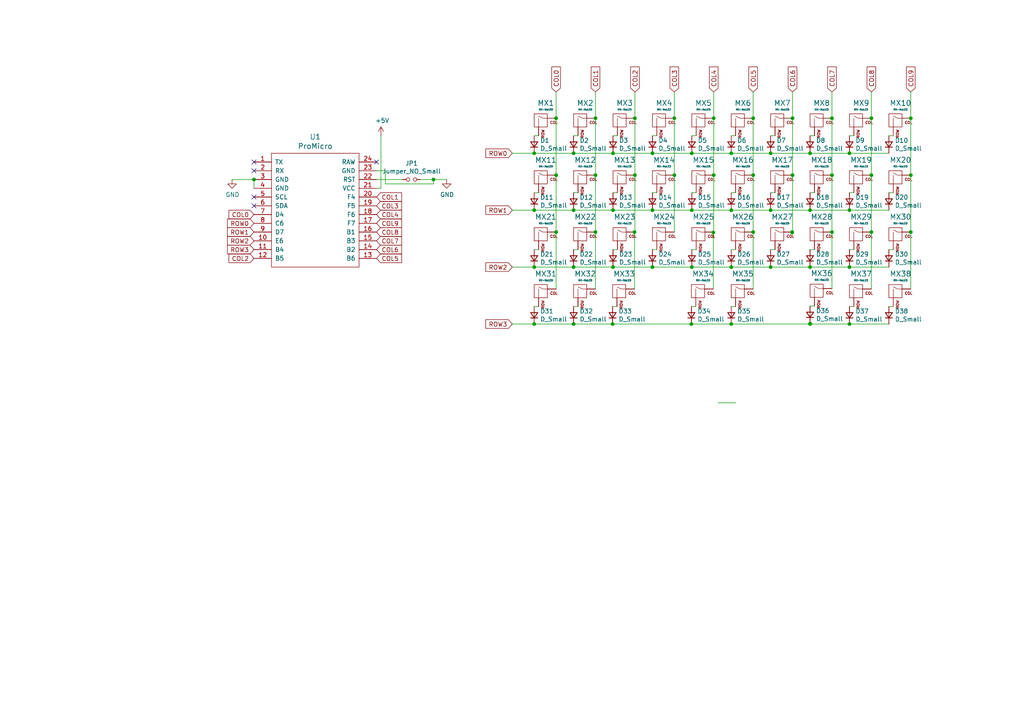
<source format=kicad_sch>
(kicad_sch (version 20211123) (generator eeschema)
  (paper "A4")
  (lib_symbols
    (symbol "Device:D_Small" (pin_numbers hide) (pin_names (offset 0.254) hide)
      (property "Reference" "D" (at -1.27 2.032 0))
      (property "Value" "D_Small" (at -3.81 -2.032 0))
      (symbol "D_Small_0_1"
        (polyline (pts (xy -0.762 -1.016) (xy -0.762 1.016)) (stroke (width 0.254)))
        (polyline (pts (xy -0.762 0) (xy 0.762 0)))
        (polyline (pts (xy 0.762 -1.016) (xy -0.762 0) (xy 0.762 1.016) (xy 0.762 -1.016)) (stroke (width 0.254)))
      )
      (symbol "D_Small_1_1"
        (pin passive line (at -2.54 0 0) (length 1.778) (name "K") (number "1"))
        (pin passive line (at 2.54 0 180) (length 1.778) (name "A") (number "2"))
      )
    )
    (symbol "MX_Alps_Hybrid:MX-NoLED" (pin_names (offset 1.016))
      (property "Reference" "MX" (at -0.635 3.81 0))
      (property "Value" "MX-NoLED" (at -0.635 1.27 0))
      (symbol "MX-NoLED_0_0"
        (rectangle (start -2.54 2.54) (end 1.27 -1.27))
        (polyline (pts (xy -1.27 -1.27) (xy -1.27 1.27)) (stroke (width 0.127)))
        (polyline (pts (xy 1.27 1.27) (xy 0 1.27) (xy -1.27 1.905)) (stroke (width 0.127)))
        (text "COL" (at 3.175 0 0) (effects (font (size 0.762 0.762))))
        (text "ROW" (at 0 -1.905 900) (effects (font (size 0.762 0.762)) (justify right)))
      )
      (symbol "MX-NoLED_1_1"
        (pin passive line (at 3.81 1.27 180) (length 2.54) (name "COL") (number "1"))
        (pin passive line (at -1.27 -3.81 90) (length 2.54) (name "ROW") (number "2"))
      )
    )
    (symbol "omega_4_solder-rescue:Jumper_NO_Small-Device" (pin_numbers hide) (pin_names (offset 0.762) hide)
      (property "Reference" "JP" (at 0 2.032 0))
      (property "Value" "Jumper_NO_Small-Device" (at 0.254 -1.524 0))
      (symbol "Jumper_NO_Small-Device_0_1"
        (circle (center -1.016 0) (radius 0.508))
        (circle (center 1.016 0) (radius 0.508))
        (pin passive line (at -2.54 0 0) (length 1.016) (name "1") (number "1"))
        (pin passive line (at 2.54 0 180) (length 1.016) (name "2") (number "2"))
      )
    )
    (symbol "power:+5V" (power) (pin_names (offset 0))
      (property "Value" "+5V" (at 0 3.556 0))
      (symbol "+5V_0_1"
        (polyline (pts (xy -0.762 1.27) (xy 0 2.54)))
        (polyline (pts (xy 0 0) (xy 0 2.54)))
        (polyline (pts (xy 0 2.54) (xy 0.762 1.27)))
      )
      (symbol "+5V_1_1"
        (pin power_in line (at 0 0 90) (length 0) hide (name "+5V") (number "1"))
      )
    )
    (symbol "power:GND" (power) (pin_names (offset 0))
      (property "Value" "GND" (at 0 -3.81 0))
      (symbol "GND_0_1"
        (polyline (pts (xy 0 0) (xy 0 -1.27) (xy 1.27 -1.27) (xy 0 -2.54) (xy -1.27 -1.27) (xy 0 -1.27)))
      )
      (symbol "GND_1_1"
        (pin power_in line (at 0 0 270) (length 0) hide (name "GND") (number "1"))
      )
    )
    (symbol "promicro:ProMicro" (pin_names (offset 1.016))
      (property "Reference" "U" (at 0 24.13 0))
      (property "Value" "ProMicro" (at 0 -13.97 0))
      (symbol "ProMicro_0_1"
        (rectangle (start -12.7 21.59) (end 12.7 -11.43))
      )
      (symbol "ProMicro_1_1"
        (pin bidirectional line (at -17.78 19.05 0) (length 5.08) (name "TX") (number "1"))
        (pin bidirectional line (at -17.78 -3.81 0) (length 5.08) (name "E6") (number "10"))
        (pin bidirectional line (at -17.78 -6.35 0) (length 5.08) (name "B4") (number "11"))
        (pin bidirectional line (at -17.78 -8.89 0) (length 5.08) (name "B5") (number "12"))
        (pin bidirectional line (at 17.78 -8.89 180) (length 5.08) (name "B6") (number "13"))
        (pin bidirectional line (at 17.78 -6.35 180) (length 5.08) (name "B2") (number "14"))
        (pin bidirectional line (at 17.78 -3.81 180) (length 5.08) (name "B3") (number "15"))
        (pin bidirectional line (at 17.78 -1.27 180) (length 5.08) (name "B1") (number "16"))
        (pin bidirectional line (at 17.78 1.27 180) (length 5.08) (name "F7") (number "17"))
        (pin bidirectional line (at 17.78 3.81 180) (length 5.08) (name "F6") (number "18"))
        (pin bidirectional line (at 17.78 6.35 180) (length 5.08) (name "F5") (number "19"))
        (pin bidirectional line (at -17.78 16.51 0) (length 5.08) (name "RX") (number "2"))
        (pin bidirectional line (at 17.78 8.89 180) (length 5.08) (name "F4") (number "20"))
        (pin power_in line (at 17.78 11.43 180) (length 5.08) (name "VCC") (number "21"))
        (pin input line (at 17.78 13.97 180) (length 5.08) (name "RST") (number "22"))
        (pin power_in line (at 17.78 16.51 180) (length 5.08) (name "GND") (number "23"))
        (pin power_out line (at 17.78 19.05 180) (length 5.08) (name "RAW") (number "24"))
        (pin power_in line (at -17.78 13.97 0) (length 5.08) (name "GND") (number "3"))
        (pin power_in line (at -17.78 11.43 0) (length 5.08) (name "GND") (number "4"))
        (pin bidirectional line (at -17.78 8.89 0) (length 5.08) (name "SCL") (number "5"))
        (pin bidirectional line (at -17.78 6.35 0) (length 5.08) (name "SDA") (number "6"))
        (pin bidirectional line (at -17.78 3.81 0) (length 5.08) (name "D4") (number "7"))
        (pin bidirectional line (at -17.78 1.27 0) (length 5.08) (name "C6") (number "8"))
        (pin bidirectional line (at -17.78 -1.27 0) (length 5.08) (name "D7") (number "9"))
      )
    )
  )
  (junction (at 234.95 77.47))
  (junction (at 234.95 44.45))
  (junction (at 264.16 67.31))
  (junction (at 154.94 44.45))
  (junction (at 200.533 93.98))
  (junction (at 161.29 34.29))
  (junction (at 218.44 50.8))
  (junction (at 177.8 77.47))
  (junction (at 200.66 60.96))
  (junction (at 241.3 34.29))
  (junction (at 200.66 44.45))
  (junction (at 264.16 34.29))
  (junction (at 223.52 60.96))
  (junction (at 125.73 52.07))
  (junction (at 195.58 50.8))
  (junction (at 166.37 44.45))
  (junction (at 166.37 60.96))
  (junction (at 206.883 67.437))
  (junction (at 212.09 44.45))
  (junction (at 195.58 34.29))
  (junction (at 154.94 77.47))
  (junction (at 218.44 34.29))
  (junction (at 241.3 50.8))
  (junction (at 189.23 77.47))
  (junction (at 234.95 60.96))
  (junction (at 241.3 67.31))
  (junction (at 252.73 50.8))
  (junction (at 229.743 67.31))
  (junction (at 246.38 60.96))
  (junction (at 154.94 60.96))
  (junction (at 73.66 52.07))
  (junction (at 218.44 67.31))
  (junction (at 184.15 50.8))
  (junction (at 177.8 44.45))
  (junction (at 212.09 77.47))
  (junction (at 223.52 77.47))
  (junction (at 246.38 93.98))
  (junction (at 166.37 93.98))
  (junction (at 212.09 60.96))
  (junction (at 161.29 50.8))
  (junction (at 229.743 67.437))
  (junction (at 172.72 67.31))
  (junction (at 252.73 67.31))
  (junction (at 200.66 77.47))
  (junction (at 252.73 34.29))
  (junction (at 189.23 60.96))
  (junction (at 207.01 50.8))
  (junction (at 154.94 93.98))
  (junction (at 246.38 44.45))
  (junction (at 172.72 34.29))
  (junction (at 234.95 93.853))
  (junction (at 234.95 93.98))
  (junction (at 229.87 50.8))
  (junction (at 177.8 60.96))
  (junction (at 223.52 44.45))
  (junction (at 246.38 77.47))
  (junction (at 172.72 50.8))
  (junction (at 229.87 34.29))
  (junction (at 212.09 93.98))
  (junction (at 166.37 77.47))
  (junction (at 184.023 67.31))
  (junction (at 207.01 34.29))
  (junction (at 184.15 34.29))
  (junction (at 264.16 50.8))
  (junction (at 189.23 44.45))
  (junction (at 161.29 67.31))
  (junction (at 177.673 93.98))
  (no_connect (at 73.66 59.69))
  (no_connect (at 109.22 46.99))
  (no_connect (at 73.66 57.15))
  (no_connect (at 73.66 46.99))
  (no_connect (at 73.66 49.53))
  (wire (pts (xy 161.29 34.29) (xy 161.29 50.8)))
  (wire (pts (xy 234.95 44.45) (xy 246.38 44.45)))
  (wire (pts (xy 229.743 67.437) (xy 229.743 67.31)))
  (wire (pts (xy 167.64 39.37) (xy 166.37 39.37)))
  (wire (pts (xy 154.94 88.9) (xy 156.21 88.9)))
  (wire (pts (xy 184.15 34.29) (xy 184.15 50.8)))
  (wire (pts (xy 190.5 39.37) (xy 189.23 39.37)))
  (wire (pts (xy 110.49 54.61) (xy 110.49 39.37)))
  (wire (pts (xy 259.08 88.9) (xy 257.81 88.9)))
  (wire (pts (xy 195.58 26.67) (xy 195.58 34.29)))
  (wire (pts (xy 224.79 39.37) (xy 223.52 39.37)))
  (wire (pts (xy 264.16 50.8) (xy 264.16 67.31)))
  (wire (pts (xy 207.01 50.8) (xy 207.01 67.31)))
  (wire (pts (xy 234.95 88.773) (xy 236.22 88.773)))
  (wire (pts (xy 184.023 83.82) (xy 184.023 67.31)))
  (wire (pts (xy 177.8 60.96) (xy 189.23 60.96)))
  (wire (pts (xy 207.01 26.67) (xy 207.01 34.29)))
  (wire (pts (xy 166.37 44.45) (xy 177.8 44.45)))
  (wire (pts (xy 154.94 77.47) (xy 148.59 77.47)))
  (wire (pts (xy 252.73 50.8) (xy 252.73 67.31)))
  (wire (pts (xy 241.3 50.8) (xy 241.3 67.31)))
  (wire (pts (xy 241.3 26.67) (xy 241.3 34.29)))
  (wire (pts (xy 129.54 52.07) (xy 125.73 52.07)))
  (wire (pts (xy 154.94 60.96) (xy 148.59 60.96)))
  (wire (pts (xy 229.87 34.29) (xy 229.87 50.8)))
  (wire (pts (xy 111.76 49.53) (xy 111.76 53.34)))
  (wire (pts (xy 166.37 88.9) (xy 167.64 88.9)))
  (wire (pts (xy 167.64 55.88) (xy 166.37 55.88)))
  (wire (pts (xy 156.21 39.37) (xy 154.94 39.37)))
  (wire (pts (xy 67.31 52.07) (xy 73.66 52.07)))
  (wire (pts (xy 212.09 60.96) (xy 223.52 60.96)))
  (wire (pts (xy 223.52 44.45) (xy 234.95 44.45)))
  (wire (pts (xy 154.94 93.98) (xy 148.59 93.98)))
  (wire (pts (xy 195.58 50.8) (xy 195.58 67.31)))
  (wire (pts (xy 218.44 26.67) (xy 218.44 34.29)))
  (wire (pts (xy 177.673 93.98) (xy 200.533 93.98)))
  (wire (pts (xy 212.09 44.45) (xy 223.52 44.45)))
  (wire (pts (xy 154.94 44.45) (xy 166.37 44.45)))
  (wire (pts (xy 184.15 50.8) (xy 184.15 67.31)))
  (wire (pts (xy 247.65 39.37) (xy 246.38 39.37)))
  (wire (pts (xy 207.01 34.29) (xy 207.01 50.8)))
  (wire (pts (xy 229.87 50.8) (xy 229.87 67.31)))
  (wire (pts (xy 252.73 83.82) (xy 252.73 67.31)))
  (wire (pts (xy 161.29 50.8) (xy 161.29 67.31)))
  (wire (pts (xy 234.95 93.853) (xy 234.95 93.98)))
  (wire (pts (xy 109.22 54.61) (xy 110.49 54.61)))
  (wire (pts (xy 264.16 26.67) (xy 264.16 34.29)))
  (wire (pts (xy 218.44 34.29) (xy 218.44 50.8)))
  (wire (pts (xy 223.52 77.47) (xy 234.95 77.47)))
  (wire (pts (xy 200.533 88.9) (xy 201.803 88.9)))
  (wire (pts (xy 247.65 72.39) (xy 246.38 72.39)))
  (wire (pts (xy 190.5 55.88) (xy 189.23 55.88)))
  (wire (pts (xy 246.38 44.45) (xy 257.81 44.45)))
  (wire (pts (xy 236.22 72.39) (xy 234.95 72.39)))
  (wire (pts (xy 247.65 88.9) (xy 246.38 88.9)))
  (wire (pts (xy 179.07 72.39) (xy 177.8 72.39)))
  (wire (pts (xy 212.09 77.47) (xy 223.52 77.47)))
  (wire (pts (xy 212.09 93.98) (xy 234.95 93.98)))
  (wire (pts (xy 172.72 26.67) (xy 172.72 34.29)))
  (wire (pts (xy 213.36 39.37) (xy 212.09 39.37)))
  (wire (pts (xy 109.22 49.53) (xy 111.76 49.53)))
  (wire (pts (xy 172.72 34.29) (xy 172.72 50.8)))
  (wire (pts (xy 195.58 34.29) (xy 195.58 50.8)))
  (wire (pts (xy 259.08 72.39) (xy 257.81 72.39)))
  (wire (pts (xy 229.87 26.67) (xy 229.87 34.29)))
  (wire (pts (xy 223.52 60.96) (xy 234.95 60.96)))
  (wire (pts (xy 161.29 83.82) (xy 161.29 67.31)))
  (wire (pts (xy 206.883 83.82) (xy 206.883 67.437)))
  (wire (pts (xy 156.21 55.88) (xy 154.94 55.88)))
  (wire (pts (xy 177.673 88.9) (xy 178.943 88.9)))
  (wire (pts (xy 252.73 34.29) (xy 252.73 50.8)))
  (wire (pts (xy 156.21 72.39) (xy 154.94 72.39)))
  (wire (pts (xy 264.16 34.29) (xy 264.16 50.8)))
  (wire (pts (xy 241.3 34.29) (xy 241.3 50.8)))
  (wire (pts (xy 234.95 60.96) (xy 246.38 60.96)))
  (wire (pts (xy 177.673 93.98) (xy 166.37 93.98)))
  (wire (pts (xy 200.533 93.98) (xy 212.09 93.98)))
  (wire (pts (xy 111.76 53.34) (xy 125.73 53.34)))
  (wire (pts (xy 236.22 55.88) (xy 234.95 55.88)))
  (wire (pts (xy 166.37 93.98) (xy 154.94 93.98)))
  (wire (pts (xy 241.3 83.693) (xy 241.3 67.31)))
  (wire (pts (xy 252.73 26.67) (xy 252.73 34.29)))
  (wire (pts (xy 167.64 72.39) (xy 166.37 72.39)))
  (wire (pts (xy 190.5 72.39) (xy 189.23 72.39)))
  (wire (pts (xy 184.15 26.67) (xy 184.15 34.29)))
  (wire (pts (xy 234.95 77.47) (xy 246.38 77.47)))
  (wire (pts (xy 166.37 77.47) (xy 177.8 77.47)))
  (wire (pts (xy 109.22 52.07) (xy 116.84 52.07)))
  (wire (pts (xy 246.38 77.47) (xy 257.81 77.47)))
  (wire (pts (xy 259.08 39.37) (xy 257.81 39.37)))
  (wire (pts (xy 154.94 77.47) (xy 166.37 77.47)))
  (wire (pts (xy 121.92 52.07) (xy 125.73 52.07)))
  (wire (pts (xy 246.38 60.96) (xy 257.81 60.96)))
  (wire (pts (xy 179.07 55.88) (xy 177.8 55.88)))
  (wire (pts (xy 234.95 93.98) (xy 246.38 93.98)))
  (wire (pts (xy 189.23 77.47) (xy 200.66 77.47)))
  (wire (pts (xy 246.38 93.98) (xy 257.81 93.98)))
  (wire (pts (xy 177.8 77.47) (xy 189.23 77.47)))
  (wire (pts (xy 213.36 55.88) (xy 212.09 55.88)))
  (wire (pts (xy 213.36 116.84) (xy 208.28 116.84)))
  (wire (pts (xy 179.07 39.37) (xy 177.8 39.37)))
  (wire (pts (xy 177.8 44.45) (xy 189.23 44.45)))
  (wire (pts (xy 224.79 55.88) (xy 223.52 55.88)))
  (wire (pts (xy 201.93 55.88) (xy 200.66 55.88)))
  (wire (pts (xy 247.65 55.88) (xy 246.38 55.88)))
  (wire (pts (xy 264.16 67.31) (xy 264.16 83.82)))
  (wire (pts (xy 213.36 88.9) (xy 212.09 88.9)))
  (wire (pts (xy 224.79 72.39) (xy 223.52 72.39)))
  (wire (pts (xy 172.72 83.82) (xy 172.72 67.31)))
  (wire (pts (xy 166.37 60.96) (xy 177.8 60.96)))
  (wire (pts (xy 200.66 77.47) (xy 212.09 77.47)))
  (wire (pts (xy 200.66 44.45) (xy 212.09 44.45)))
  (wire (pts (xy 189.23 60.96) (xy 200.66 60.96)))
  (wire (pts (xy 73.66 52.07) (xy 73.66 54.61)))
  (wire (pts (xy 125.73 53.34) (xy 125.73 52.07)))
  (wire (pts (xy 189.23 44.45) (xy 200.66 44.45)))
  (wire (pts (xy 154.94 44.45) (xy 148.59 44.45)))
  (wire (pts (xy 161.29 26.67) (xy 161.29 34.29)))
  (wire (pts (xy 259.08 55.88) (xy 257.81 55.88)))
  (wire (pts (xy 236.22 39.37) (xy 234.95 39.37)))
  (wire (pts (xy 218.44 83.82) (xy 218.44 67.31)))
  (wire (pts (xy 172.72 50.8) (xy 172.72 67.31)))
  (wire (pts (xy 200.66 60.96) (xy 212.09 60.96)))
  (wire (pts (xy 218.44 50.8) (xy 218.44 67.31)))
  (wire (pts (xy 154.94 60.96) (xy 166.37 60.96)))
  (wire (pts (xy 212.09 72.39) (xy 213.36 72.39)))
  (wire (pts (xy 201.93 72.39) (xy 200.66 72.39)))
  (wire (pts (xy 201.93 39.37) (xy 200.66 39.37)))
  (global_label "COL3" (shape input) (at 195.58 26.67 90) (property "Intersheet References" "${INTERSHEET_REFS}" (effects hide)))
  (global_label "COL2" (shape input) (at 73.66 74.93 180) (property "Intersheet References" "${INTERSHEET_REFS}" (effects hide)))
  (global_label "COL9" (shape input) (at 264.16 26.67 90) (property "Intersheet References" "${INTERSHEET_REFS}" (effects hide)))
  (global_label "COL7" (shape input) (at 241.3 26.67 90) (property "Intersheet References" "${INTERSHEET_REFS}" (effects hide)))
  (global_label "ROW3" (shape input) (at 73.66 72.39 180) (property "Intersheet References" "${INTERSHEET_REFS}" (effects hide)))
  (global_label "COL2" (shape input) (at 184.15 26.67 90) (property "Intersheet References" "${INTERSHEET_REFS}" (effects hide)))
  (global_label "COL1" (shape input) (at 172.72 26.67 90) (property "Intersheet References" "${INTERSHEET_REFS}" (effects hide)))
  (global_label "ROW1" (shape input) (at 73.66 67.31 180) (property "Intersheet References" "${INTERSHEET_REFS}" (effects hide)))
  (global_label "COL4" (shape input) (at 109.22 62.23 0) (property "Intersheet References" "${INTERSHEET_REFS}" (effects hide)))
  (global_label "COL1" (shape input) (at 109.22 57.15 0) (property "Intersheet References" "${INTERSHEET_REFS}" (effects hide)))
  (global_label "COL8" (shape input) (at 109.22 67.31 0) (property "Intersheet References" "${INTERSHEET_REFS}" (effects hide)))
  (global_label "COL6" (shape input) (at 229.87 26.67 90) (property "Intersheet References" "${INTERSHEET_REFS}" (effects hide)))
  (global_label "ROW0" (shape input) (at 148.59 44.45 180) (property "Intersheet References" "${INTERSHEET_REFS}" (effects hide)))
  (global_label "COL0" (shape input) (at 161.29 26.67 90) (property "Intersheet References" "${INTERSHEET_REFS}" (effects hide)))
  (global_label "ROW0" (shape input) (at 73.66 64.77 180) (property "Intersheet References" "${INTERSHEET_REFS}" (effects hide)))
  (global_label "COL4" (shape input) (at 207.01 26.67 90) (property "Intersheet References" "${INTERSHEET_REFS}" (effects hide)))
  (global_label "ROW2" (shape input) (at 73.66 69.85 180) (property "Intersheet References" "${INTERSHEET_REFS}" (effects hide)))
  (global_label "COL6" (shape input) (at 109.22 72.39 0) (property "Intersheet References" "${INTERSHEET_REFS}" (effects hide)))
  (global_label "COL8" (shape input) (at 252.73 26.67 90) (property "Intersheet References" "${INTERSHEET_REFS}" (effects hide)))
  (global_label "COL3" (shape input) (at 109.22 59.69 0) (property "Intersheet References" "${INTERSHEET_REFS}" (effects hide)))
  (global_label "COL5" (shape input) (at 218.44 26.67 90) (property "Intersheet References" "${INTERSHEET_REFS}" (effects hide)))
  (global_label "COL5" (shape input) (at 109.22 74.93 0) (property "Intersheet References" "${INTERSHEET_REFS}" (effects hide)))
  (global_label "ROW2" (shape input) (at 148.59 77.47 180) (property "Intersheet References" "${INTERSHEET_REFS}" (effects hide)))
  (global_label "COL9" (shape input) (at 109.22 64.77 0) (property "Intersheet References" "${INTERSHEET_REFS}" (effects hide)))
  (global_label "COL7" (shape input) (at 109.22 69.85 0) (property "Intersheet References" "${INTERSHEET_REFS}" (effects hide)))
  (global_label "COL0" (shape input) (at 73.66 62.23 180) (property "Intersheet References" "${INTERSHEET_REFS}" (effects hide)))
  (global_label "ROW1" (shape input) (at 148.59 60.96 180) (property "Intersheet References" "${INTERSHEET_REFS}" (effects hide)))
  (global_label "ROW3" (shape input) (at 148.59 93.98 180) (property "Intersheet References" "${INTERSHEET_REFS}" (effects hide)))
  (symbol (lib_id "MX_Alps_Hybrid:MX-NoLED") (at 157.48 35.56 0) (unit 1)
    (property "Reference" "MX1" (at 158.3182 29.8958 0) (effects (font (size 1.524 1.524))))
    (property "Value" "MX-NoLED" (at 158.3182 31.7754 0) (effects (font (size 0.508 0.508))))
    (property "Footprint" "MX_Only:MXOnly-1U-NoLED" (effects hide))
  )
  (symbol (lib_id "MX_Alps_Hybrid:MX-NoLED") (at 157.48 52.07 0) (unit 1)
    (property "Reference" "MX11" (at 158.3182 46.4058 0) (effects (font (size 1.524 1.524))))
    (property "Value" "MX-NoLED" (at 158.3182 48.2854 0) (effects (font (size 0.508 0.508))))
    (property "Footprint" "MX_Only:MXOnly-1U-NoLED" (effects hide))
  )
  (symbol (lib_id "MX_Alps_Hybrid:MX-NoLED") (at 157.48 68.58 0) (unit 1)
    (property "Reference" "MX21" (at 158.3182 62.9158 0) (effects (font (size 1.524 1.524))))
    (property "Value" "MX-NoLED" (at 158.3182 64.7954 0) (effects (font (size 0.508 0.508))))
    (property "Footprint" "MX_Only:MXOnly-1U-NoLED" (effects hide))
  )
  (symbol (lib_id "Device:D_Small") (at 154.94 41.91 90) (unit 1)
    (property "Reference" "D1" (at 156.6672 40.7416 90) (effects (justify right)))
    (property "Value" "D_Small" (at 156.6672 43.053 90) (effects (justify right)))
    (property "Footprint" "Keebio-Parts:Diode-Hybrid-Back" (effects hide))
  )
  (symbol (lib_id "Device:D_Small") (at 154.94 58.42 90) (unit 1)
    (property "Reference" "D11" (at 156.6672 57.2516 90) (effects (justify right)))
    (property "Value" "D_Small" (at 156.6672 59.563 90) (effects (justify right)))
    (property "Footprint" "Keebio-Parts:Diode-Hybrid-Back" (effects hide))
  )
  (symbol (lib_id "Device:D_Small") (at 154.94 74.93 90) (unit 1)
    (property "Reference" "D21" (at 156.6672 73.7616 90) (effects (justify right)))
    (property "Value" "D_Small" (at 156.6672 76.073 90) (effects (justify right)))
    (property "Footprint" "Keebio-Parts:Diode-Hybrid-Back" (effects hide))
  )
  (symbol (lib_id "MX_Alps_Hybrid:MX-NoLED") (at 168.91 35.56 0) (unit 1)
    (property "Reference" "MX2" (at 169.7482 29.8958 0) (effects (font (size 1.524 1.524))))
    (property "Value" "MX-NoLED" (at 169.7482 31.7754 0) (effects (font (size 0.508 0.508))))
    (property "Footprint" "MX_Only:MXOnly-1U-NoLED" (effects hide))
  )
  (symbol (lib_id "MX_Alps_Hybrid:MX-NoLED") (at 168.91 52.07 0) (unit 1)
    (property "Reference" "MX12" (at 169.7482 46.4058 0) (effects (font (size 1.524 1.524))))
    (property "Value" "MX-NoLED" (at 169.7482 48.2854 0) (effects (font (size 0.508 0.508))))
    (property "Footprint" "MX_Only:MXOnly-1U-NoLED" (effects hide))
  )
  (symbol (lib_id "MX_Alps_Hybrid:MX-NoLED") (at 168.91 68.58 0) (unit 1)
    (property "Reference" "MX22" (at 169.7482 62.9158 0) (effects (font (size 1.524 1.524))))
    (property "Value" "MX-NoLED" (at 169.7482 64.7954 0) (effects (font (size 0.508 0.508))))
    (property "Footprint" "MX_Only:MXOnly-1U-NoLED" (effects hide))
  )
  (symbol (lib_id "Device:D_Small") (at 166.37 41.91 90) (unit 1)
    (property "Reference" "D2" (at 168.0972 40.7416 90) (effects (justify right)))
    (property "Value" "D_Small" (at 168.0972 43.053 90) (effects (justify right)))
    (property "Footprint" "Keebio-Parts:Diode-Hybrid-Back" (effects hide))
  )
  (symbol (lib_id "Device:D_Small") (at 166.37 58.42 90) (unit 1)
    (property "Reference" "D12" (at 168.0972 57.2516 90) (effects (justify right)))
    (property "Value" "D_Small" (at 168.0972 59.563 90) (effects (justify right)))
    (property "Footprint" "Keebio-Parts:Diode-Hybrid-Back" (effects hide))
  )
  (symbol (lib_id "Device:D_Small") (at 166.37 74.93 90) (unit 1)
    (property "Reference" "D22" (at 168.0972 73.7616 90) (effects (justify right)))
    (property "Value" "D_Small" (at 168.0972 76.073 90) (effects (justify right)))
    (property "Footprint" "Keebio-Parts:Diode-Hybrid-Back" (effects hide))
  )
  (symbol (lib_id "MX_Alps_Hybrid:MX-NoLED") (at 180.34 35.56 0) (unit 1)
    (property "Reference" "MX3" (at 181.1782 29.8958 0) (effects (font (size 1.524 1.524))))
    (property "Value" "MX-NoLED" (at 181.1782 31.7754 0) (effects (font (size 0.508 0.508))))
    (property "Footprint" "MX_Only:MXOnly-1U-NoLED" (effects hide))
  )
  (symbol (lib_id "MX_Alps_Hybrid:MX-NoLED") (at 180.34 52.07 0) (unit 1)
    (property "Reference" "MX13" (at 181.1782 46.4058 0) (effects (font (size 1.524 1.524))))
    (property "Value" "MX-NoLED" (at 181.1782 48.2854 0) (effects (font (size 0.508 0.508))))
    (property "Footprint" "MX_Only:MXOnly-1U-NoLED" (effects hide))
  )
  (symbol (lib_id "MX_Alps_Hybrid:MX-NoLED") (at 180.34 68.58 0) (unit 1)
    (property "Reference" "MX23" (at 181.1782 62.9158 0) (effects (font (size 1.524 1.524))))
    (property "Value" "MX-NoLED" (at 181.1782 64.7954 0) (effects (font (size 0.508 0.508))))
    (property "Footprint" "MX_Only:MXOnly-1U-NoLED" (effects hide))
  )
  (symbol (lib_id "Device:D_Small") (at 177.8 41.91 90) (unit 1)
    (property "Reference" "D3" (at 179.5272 40.7416 90) (effects (justify right)))
    (property "Value" "D_Small" (at 179.5272 43.053 90) (effects (justify right)))
    (property "Footprint" "Keebio-Parts:Diode-Hybrid-Back" (effects hide))
  )
  (symbol (lib_id "Device:D_Small") (at 177.8 58.42 90) (unit 1)
    (property "Reference" "D13" (at 179.5272 57.2516 90) (effects (justify right)))
    (property "Value" "D_Small" (at 179.5272 59.563 90) (effects (justify right)))
    (property "Footprint" "Keebio-Parts:Diode-Hybrid-Back" (effects hide))
  )
  (symbol (lib_id "Device:D_Small") (at 177.8 74.93 90) (unit 1)
    (property "Reference" "D23" (at 179.5272 73.7616 90) (effects (justify right)))
    (property "Value" "D_Small" (at 179.5272 76.073 90) (effects (justify right)))
    (property "Footprint" "Keebio-Parts:Diode-Hybrid-Back" (effects hide))
  )
  (symbol (lib_id "MX_Alps_Hybrid:MX-NoLED") (at 191.77 35.56 0) (unit 1)
    (property "Reference" "MX4" (at 192.6082 29.8958 0) (effects (font (size 1.524 1.524))))
    (property "Value" "MX-NoLED" (at 192.6082 31.7754 0) (effects (font (size 0.508 0.508))))
    (property "Footprint" "MX_Only:MXOnly-1U-NoLED" (effects hide))
  )
  (symbol (lib_id "MX_Alps_Hybrid:MX-NoLED") (at 191.77 52.07 0) (unit 1)
    (property "Reference" "MX14" (at 192.6082 46.4058 0) (effects (font (size 1.524 1.524))))
    (property "Value" "MX-NoLED" (at 192.6082 48.2854 0) (effects (font (size 0.508 0.508))))
    (property "Footprint" "MX_Only:MXOnly-1U-NoLED" (effects hide))
  )
  (symbol (lib_id "MX_Alps_Hybrid:MX-NoLED") (at 191.77 68.58 0) (unit 1)
    (property "Reference" "MX24" (at 192.6082 62.9158 0) (effects (font (size 1.524 1.524))))
    (property "Value" "MX-NoLED" (at 192.6082 64.7954 0) (effects (font (size 0.508 0.508))))
    (property "Footprint" "MX_Only:MXOnly-1U-NoLED" (effects hide))
  )
  (symbol (lib_id "Device:D_Small") (at 189.23 41.91 90) (unit 1)
    (property "Reference" "D4" (at 190.9572 40.7416 90) (effects (justify right)))
    (property "Value" "D_Small" (at 190.9572 43.053 90) (effects (justify right)))
    (property "Footprint" "Keebio-Parts:Diode-Hybrid-Back" (effects hide))
  )
  (symbol (lib_id "Device:D_Small") (at 189.23 58.42 90) (unit 1)
    (property "Reference" "D14" (at 190.9572 57.2516 90) (effects (justify right)))
    (property "Value" "D_Small" (at 190.9572 59.563 90) (effects (justify right)))
    (property "Footprint" "Keebio-Parts:Diode-Hybrid-Back" (effects hide))
  )
  (symbol (lib_id "Device:D_Small") (at 189.23 74.93 90) (unit 1)
    (property "Reference" "D24" (at 190.9572 73.7616 90) (effects (justify right)))
    (property "Value" "D_Small" (at 190.9572 76.073 90) (effects (justify right)))
    (property "Footprint" "Keebio-Parts:Diode-Hybrid-Back" (effects hide))
  )
  (symbol (lib_id "MX_Alps_Hybrid:MX-NoLED") (at 203.2 35.56 0) (unit 1)
    (property "Reference" "MX5" (at 204.0382 29.8958 0) (effects (font (size 1.524 1.524))))
    (property "Value" "MX-NoLED" (at 204.0382 31.7754 0) (effects (font (size 0.508 0.508))))
    (property "Footprint" "MX_Only:MXOnly-1U-NoLED" (effects hide))
  )
  (symbol (lib_id "MX_Alps_Hybrid:MX-NoLED") (at 203.2 52.07 0) (unit 1)
    (property "Reference" "MX15" (at 204.0382 46.4058 0) (effects (font (size 1.524 1.524))))
    (property "Value" "MX-NoLED" (at 204.0382 48.2854 0) (effects (font (size 0.508 0.508))))
    (property "Footprint" "MX_Only:MXOnly-1U-NoLED" (effects hide))
  )
  (symbol (lib_id "MX_Alps_Hybrid:MX-NoLED") (at 203.2 68.58 0) (unit 1)
    (property "Reference" "MX25" (at 204.0382 62.9158 0) (effects (font (size 1.524 1.524))))
    (property "Value" "MX-NoLED" (at 204.0382 64.7954 0) (effects (font (size 0.508 0.508))))
    (property "Footprint" "MX_Only:MXOnly-1U-NoLED" (effects hide))
  )
  (symbol (lib_id "Device:D_Small") (at 200.66 41.91 90) (unit 1)
    (property "Reference" "D5" (at 202.3872 40.7416 90) (effects (justify right)))
    (property "Value" "D_Small" (at 202.3872 43.053 90) (effects (justify right)))
    (property "Footprint" "Keebio-Parts:Diode-Hybrid-Back" (effects hide))
  )
  (symbol (lib_id "Device:D_Small") (at 200.66 58.42 90) (unit 1)
    (property "Reference" "D15" (at 202.3872 57.2516 90) (effects (justify right)))
    (property "Value" "D_Small" (at 202.3872 59.563 90) (effects (justify right)))
    (property "Footprint" "Keebio-Parts:Diode-Hybrid-Back" (effects hide))
  )
  (symbol (lib_id "Device:D_Small") (at 200.66 74.93 90) (unit 1)
    (property "Reference" "D25" (at 202.3872 73.7616 90) (effects (justify right)))
    (property "Value" "D_Small" (at 202.3872 76.073 90) (effects (justify right)))
    (property "Footprint" "Keebio-Parts:Diode-Hybrid-Back" (effects hide))
  )
  (symbol (lib_id "MX_Alps_Hybrid:MX-NoLED") (at 214.63 35.56 0) (unit 1)
    (property "Reference" "MX6" (at 215.4682 29.8958 0) (effects (font (size 1.524 1.524))))
    (property "Value" "MX-NoLED" (at 215.4682 31.7754 0) (effects (font (size 0.508 0.508))))
    (property "Footprint" "MX_Only:MXOnly-1U-NoLED" (effects hide))
  )
  (symbol (lib_id "MX_Alps_Hybrid:MX-NoLED") (at 214.63 52.07 0) (unit 1)
    (property "Reference" "MX16" (at 215.4682 46.4058 0) (effects (font (size 1.524 1.524))))
    (property "Value" "MX-NoLED" (at 215.4682 48.2854 0) (effects (font (size 0.508 0.508))))
    (property "Footprint" "MX_Only:MXOnly-1U-NoLED" (effects hide))
  )
  (symbol (lib_id "Device:D_Small") (at 212.09 41.91 90) (unit 1)
    (property "Reference" "D6" (at 213.8172 40.7416 90) (effects (justify right)))
    (property "Value" "D_Small" (at 213.8172 43.053 90) (effects (justify right)))
    (property "Footprint" "Keebio-Parts:Diode-Hybrid-Back" (effects hide))
  )
  (symbol (lib_id "Device:D_Small") (at 212.09 58.42 90) (unit 1)
    (property "Reference" "D16" (at 213.8172 57.2516 90) (effects (justify right)))
    (property "Value" "D_Small" (at 213.8172 59.563 90) (effects (justify right)))
    (property "Footprint" "Keebio-Parts:Diode-Hybrid-Back" (effects hide))
  )
  (symbol (lib_id "MX_Alps_Hybrid:MX-NoLED") (at 226.06 35.56 0) (unit 1)
    (property "Reference" "MX7" (at 226.8982 29.8958 0) (effects (font (size 1.524 1.524))))
    (property "Value" "MX-NoLED" (at 226.8982 31.7754 0) (effects (font (size 0.508 0.508))))
    (property "Footprint" "MX_Only:MXOnly-1U-NoLED" (effects hide))
  )
  (symbol (lib_id "MX_Alps_Hybrid:MX-NoLED") (at 226.06 52.07 0) (unit 1)
    (property "Reference" "MX17" (at 226.8982 46.4058 0) (effects (font (size 1.524 1.524))))
    (property "Value" "MX-NoLED" (at 226.8982 48.2854 0) (effects (font (size 0.508 0.508))))
    (property "Footprint" "MX_Only:MXOnly-1U-NoLED" (effects hide))
  )
  (symbol (lib_id "MX_Alps_Hybrid:MX-NoLED") (at 226.06 68.58 0) (unit 1)
    (property "Reference" "MX27" (at 226.8982 62.9158 0) (effects (font (size 1.524 1.524))))
    (property "Value" "MX-NoLED" (at 226.8982 64.7954 0) (effects (font (size 0.508 0.508))))
    (property "Footprint" "MX_Only:MXOnly-1U-NoLED" (effects hide))
  )
  (symbol (lib_id "Device:D_Small") (at 223.52 41.91 90) (unit 1)
    (property "Reference" "D7" (at 225.2472 40.7416 90) (effects (justify right)))
    (property "Value" "D_Small" (at 225.2472 43.053 90) (effects (justify right)))
    (property "Footprint" "Keebio-Parts:Diode-Hybrid-Back" (effects hide))
  )
  (symbol (lib_id "Device:D_Small") (at 223.52 58.42 90) (unit 1)
    (property "Reference" "D17" (at 225.2472 57.2516 90) (effects (justify right)))
    (property "Value" "D_Small" (at 225.2472 59.563 90) (effects (justify right)))
    (property "Footprint" "Keebio-Parts:Diode-Hybrid-Back" (effects hide))
  )
  (symbol (lib_id "Device:D_Small") (at 223.52 74.93 90) (unit 1)
    (property "Reference" "D27" (at 225.2472 73.7616 90) (effects (justify right)))
    (property "Value" "D_Small" (at 225.2472 76.073 90) (effects (justify right)))
    (property "Footprint" "Keebio-Parts:Diode-Hybrid-Back" (effects hide))
  )
  (symbol (lib_id "MX_Alps_Hybrid:MX-NoLED") (at 237.49 35.56 0) (unit 1)
    (property "Reference" "MX8" (at 238.3282 29.8958 0) (effects (font (size 1.524 1.524))))
    (property "Value" "MX-NoLED" (at 238.3282 31.7754 0) (effects (font (size 0.508 0.508))))
    (property "Footprint" "MX_Only:MXOnly-1U-NoLED" (effects hide))
  )
  (symbol (lib_id "MX_Alps_Hybrid:MX-NoLED") (at 237.49 52.07 0) (unit 1)
    (property "Reference" "MX18" (at 238.3282 46.4058 0) (effects (font (size 1.524 1.524))))
    (property "Value" "MX-NoLED" (at 238.3282 48.2854 0) (effects (font (size 0.508 0.508))))
    (property "Footprint" "MX_Only:MXOnly-1U-NoLED" (effects hide))
  )
  (symbol (lib_id "MX_Alps_Hybrid:MX-NoLED") (at 237.49 68.58 0) (unit 1)
    (property "Reference" "MX28" (at 238.3282 62.9158 0) (effects (font (size 1.524 1.524))))
    (property "Value" "MX-NoLED" (at 238.3282 64.7954 0) (effects (font (size 0.508 0.508))))
    (property "Footprint" "MX_Only:MXOnly-1U-NoLED" (effects hide))
  )
  (symbol (lib_id "Device:D_Small") (at 234.95 41.91 90) (unit 1)
    (property "Reference" "D8" (at 236.6772 40.7416 90) (effects (justify right)))
    (property "Value" "D_Small" (at 236.6772 43.053 90) (effects (justify right)))
    (property "Footprint" "Keebio-Parts:Diode-Hybrid-Back" (effects hide))
  )
  (symbol (lib_id "Device:D_Small") (at 234.95 58.42 90) (unit 1)
    (property "Reference" "D18" (at 236.6772 57.2516 90) (effects (justify right)))
    (property "Value" "D_Small" (at 236.6772 59.563 90) (effects (justify right)))
    (property "Footprint" "Keebio-Parts:Diode-Hybrid-Back" (effects hide))
  )
  (symbol (lib_id "Device:D_Small") (at 234.95 74.93 90) (unit 1)
    (property "Reference" "D28" (at 236.6772 73.7616 90) (effects (justify right)))
    (property "Value" "D_Small" (at 236.6772 76.073 90) (effects (justify right)))
    (property "Footprint" "Keebio-Parts:Diode-Hybrid-Back" (effects hide))
  )
  (symbol (lib_id "promicro:ProMicro") (at 91.44 66.04 0) (unit 1)
    (property "Reference" "U1" (at 91.44 39.7002 0) (effects (font (size 1.524 1.524))))
    (property "Value" "ProMicro" (at 91.44 42.3926 0) (effects (font (size 1.524 1.524))))
    (property "Footprint" "promicro:ProMicro" (effects hide))
  )
  (symbol (lib_id "power:+5V") (at 110.49 39.37 0) (unit 1)
    (property "Reference" "#PWR01" (effects hide))
    (property "Value" "+5V" (at 110.871 34.9758 0))
  )
  (symbol (lib_id "power:GND") (at 129.54 52.07 0) (unit 1)
    (property "Reference" "#PWR03" (effects hide))
    (property "Value" "GND" (at 129.667 56.4642 0))
  )
  (symbol (lib_id "MX_Alps_Hybrid:MX-NoLED") (at 248.92 35.56 0) (unit 1)
    (property "Reference" "MX9" (at 249.7582 29.8958 0) (effects (font (size 1.524 1.524))))
    (property "Value" "MX-NoLED" (at 249.7582 31.7754 0) (effects (font (size 0.508 0.508))))
    (property "Footprint" "MX_Only:MXOnly-1U-NoLED" (effects hide))
  )
  (symbol (lib_id "MX_Alps_Hybrid:MX-NoLED") (at 248.92 52.07 0) (unit 1)
    (property "Reference" "MX19" (at 249.7582 46.4058 0) (effects (font (size 1.524 1.524))))
    (property "Value" "MX-NoLED" (at 249.7582 48.2854 0) (effects (font (size 0.508 0.508))))
    (property "Footprint" "MX_Only:MXOnly-1U-NoLED" (effects hide))
  )
  (symbol (lib_id "MX_Alps_Hybrid:MX-NoLED") (at 248.92 68.58 0) (unit 1)
    (property "Reference" "MX29" (at 249.7582 62.9158 0) (effects (font (size 1.524 1.524))))
    (property "Value" "MX-NoLED" (at 249.7582 64.7954 0) (effects (font (size 0.508 0.508))))
    (property "Footprint" "MX_Only:MXOnly-1U-NoLED" (effects hide))
  )
  (symbol (lib_id "Device:D_Small") (at 246.38 41.91 90) (unit 1)
    (property "Reference" "D9" (at 248.1072 40.7416 90) (effects (justify right)))
    (property "Value" "D_Small" (at 248.1072 43.053 90) (effects (justify right)))
    (property "Footprint" "Keebio-Parts:Diode-Hybrid-Back" (effects hide))
  )
  (symbol (lib_id "Device:D_Small") (at 246.38 58.42 90) (unit 1)
    (property "Reference" "D19" (at 248.1072 57.2516 90) (effects (justify right)))
    (property "Value" "D_Small" (at 248.1072 59.563 90) (effects (justify right)))
    (property "Footprint" "Keebio-Parts:Diode-Hybrid-Back" (effects hide))
  )
  (symbol (lib_id "Device:D_Small") (at 246.38 74.93 90) (unit 1)
    (property "Reference" "D29" (at 248.1072 73.7616 90) (effects (justify right)))
    (property "Value" "D_Small" (at 248.1072 76.073 90) (effects (justify right)))
    (property "Footprint" "Keebio-Parts:Diode-Hybrid-Back" (effects hide))
  )
  (symbol (lib_id "MX_Alps_Hybrid:MX-NoLED") (at 260.35 35.56 0) (unit 1)
    (property "Reference" "MX10" (at 261.1882 29.8958 0) (effects (font (size 1.524 1.524))))
    (property "Value" "MX-NoLED" (at 261.1882 31.7754 0) (effects (font (size 0.508 0.508))))
    (property "Footprint" "MX_Only:MXOnly-1U-NoLED" (effects hide))
  )
  (symbol (lib_id "MX_Alps_Hybrid:MX-NoLED") (at 260.35 52.07 0) (unit 1)
    (property "Reference" "MX20" (at 261.1882 46.4058 0) (effects (font (size 1.524 1.524))))
    (property "Value" "MX-NoLED" (at 261.1882 48.2854 0) (effects (font (size 0.508 0.508))))
    (property "Footprint" "MX_Only:MXOnly-1U-NoLED" (effects hide))
  )
  (symbol (lib_id "MX_Alps_Hybrid:MX-NoLED") (at 260.35 68.58 0) (unit 1)
    (property "Reference" "MX30" (at 261.1882 62.9158 0) (effects (font (size 1.524 1.524))))
    (property "Value" "MX-NoLED" (at 261.1882 64.7954 0) (effects (font (size 0.508 0.508))))
    (property "Footprint" "MX_Only:MXOnly-1U-NoLED" (effects hide))
  )
  (symbol (lib_id "Device:D_Small") (at 257.81 41.91 90) (unit 1)
    (property "Reference" "D10" (at 259.5372 40.7416 90) (effects (justify right)))
    (property "Value" "D_Small" (at 259.5372 43.053 90) (effects (justify right)))
    (property "Footprint" "Keebio-Parts:Diode-Hybrid-Back" (effects hide))
  )
  (symbol (lib_id "Device:D_Small") (at 257.81 58.42 90) (unit 1)
    (property "Reference" "D20" (at 259.5372 57.2516 90) (effects (justify right)))
    (property "Value" "D_Small" (at 259.5372 59.563 90) (effects (justify right)))
    (property "Footprint" "Keebio-Parts:Diode-Hybrid-Back" (effects hide))
  )
  (symbol (lib_id "Device:D_Small") (at 257.81 74.93 90) (unit 1)
    (property "Reference" "D30" (at 259.5372 73.7616 90) (effects (justify right)))
    (property "Value" "D_Small" (at 259.5372 76.073 90) (effects (justify right)))
    (property "Footprint" "Keebio-Parts:Diode-Hybrid-Back" (effects hide))
  )
  (symbol (lib_id "power:GND") (at 67.31 52.07 0) (unit 1)
    (property "Reference" "#PWR02" (effects hide))
    (property "Value" "GND" (at 67.437 56.4642 0))
  )
  (symbol (lib_id "MX_Alps_Hybrid:MX-NoLED") (at 214.63 68.58 0) (unit 1)
    (property "Reference" "MX26" (at 215.4682 62.9158 0) (effects (font (size 1.524 1.524))))
    (property "Value" "MX-NoLED" (at 215.4682 64.7954 0) (effects (font (size 0.508 0.508))))
    (property "Footprint" "MX_Only:MXOnly-1U-NoLED" (effects hide))
  )
  (symbol (lib_id "Device:D_Small") (at 212.09 74.93 90) (unit 1)
    (property "Reference" "D26" (at 213.8172 73.7616 90) (effects (justify right)))
    (property "Value" "D_Small" (at 213.8172 76.073 90) (effects (justify right)))
    (property "Footprint" "Keebio-Parts:Diode-Hybrid-Back" (effects hide))
  )
  (symbol (lib_id "MX_Alps_Hybrid:MX-NoLED") (at 214.63 85.09 0) (unit 1)
    (property "Reference" "MX35" (at 215.4682 79.4258 0) (effects (font (size 1.524 1.524))))
    (property "Value" "MX-NoLED" (at 215.4682 81.3054 0) (effects (font (size 0.508 0.508))))
    (property "Footprint" "MX_Only:MXOnly-2U-ReversedStabilizers-NoLED" (effects hide))
  )
  (symbol (lib_id "Device:D_Small") (at 212.09 91.44 90) (unit 1)
    (property "Reference" "D35" (at 213.8172 90.2716 90) (effects (justify right)))
    (property "Value" "D_Small" (at 213.8172 92.583 90) (effects (justify right)))
    (property "Footprint" "Keebio-Parts:Diode-Hybrid-Back" (effects hide))
  )
  (symbol (lib_id "MX_Alps_Hybrid:MX-NoLED") (at 157.48 85.09 0) (unit 1)
    (property "Reference" "MX31" (at 158.3182 79.4258 0) (effects (font (size 1.524 1.524))))
    (property "Value" "MX-NoLED" (at 158.3182 81.3054 0) (effects (font (size 0.508 0.508))))
    (property "Footprint" "MX_Only:MXOnly-1U-NoLED" (effects hide))
  )
  (symbol (lib_id "MX_Alps_Hybrid:MX-NoLED") (at 168.91 85.09 0) (unit 1)
    (property "Reference" "MX32" (at 169.7482 79.4258 0) (effects (font (size 1.524 1.524))))
    (property "Value" "MX-NoLED" (at 169.7482 81.3054 0) (effects (font (size 0.508 0.508))))
    (property "Footprint" "MX_Only:MXOnly-1U-NoLED" (effects hide))
  )
  (symbol (lib_id "MX_Alps_Hybrid:MX-NoLED") (at 248.92 85.09 0) (unit 1)
    (property "Reference" "MX37" (at 249.7582 79.4258 0) (effects (font (size 1.524 1.524))))
    (property "Value" "MX-NoLED" (at 249.7582 81.3054 0) (effects (font (size 0.508 0.508))))
    (property "Footprint" "MX_Only:MXOnly-1U-NoLED" (effects hide))
  )
  (symbol (lib_id "MX_Alps_Hybrid:MX-NoLED") (at 260.35 85.09 0) (unit 1)
    (property "Reference" "MX38" (at 261.1882 79.4258 0) (effects (font (size 1.524 1.524))))
    (property "Value" "MX-NoLED" (at 261.1882 81.3054 0) (effects (font (size 0.508 0.508))))
    (property "Footprint" "MX_Only:MXOnly-1U-NoLED" (effects hide))
  )
  (symbol (lib_id "Device:D_Small") (at 257.81 91.44 90) (unit 1)
    (property "Reference" "D38" (at 259.5372 90.2716 90) (effects (justify right)))
    (property "Value" "D_Small" (at 259.5372 92.583 90) (effects (justify right)))
    (property "Footprint" "Keebio-Parts:Diode-Hybrid-Back" (effects hide))
  )
  (symbol (lib_id "Device:D_Small") (at 246.38 91.44 90) (unit 1)
    (property "Reference" "D37" (at 248.1072 90.2716 90) (effects (justify right)))
    (property "Value" "D_Small" (at 248.1072 92.583 90) (effects (justify right)))
    (property "Footprint" "Keebio-Parts:Diode-Hybrid-Back" (effects hide))
  )
  (symbol (lib_id "Device:D_Small") (at 166.37 91.44 90) (unit 1)
    (property "Reference" "D32" (at 168.0972 90.2716 90) (effects (justify right)))
    (property "Value" "D_Small" (at 168.0972 92.583 90) (effects (justify right)))
    (property "Footprint" "Keebio-Parts:Diode-Hybrid-Back" (effects hide))
  )
  (symbol (lib_id "Device:D_Small") (at 154.94 91.44 90) (unit 1)
    (property "Reference" "D31" (at 156.6672 90.2716 90) (effects (justify right)))
    (property "Value" "D_Small" (at 156.6672 92.583 90) (effects (justify right)))
    (property "Footprint" "Keebio-Parts:Diode-Hybrid-Back" (effects hide))
  )
  (symbol (lib_id "omega_4_solder-rescue:Jumper_NO_Small-Device") (at 119.38 52.07 0) (unit 1)
    (property "Reference" "JP1" (at 119.38 47.371 0))
    (property "Value" "Jumper_NO_Small" (at 119.38 49.6824 0))
    (property "Footprint" "random-keyboard-parts:Jumper-UserFriendly-Small" (effects hide))
  )
  (symbol (lib_id "MX_Alps_Hybrid:MX-NoLED") (at 237.49 84.963 0) (unit 1)
    (property "Reference" "MX36" (at 238.3282 79.2988 0) (effects (font (size 1.524 1.524))))
    (property "Value" "MX-NoLED" (at 238.3282 81.1784 0) (effects (font (size 0.508 0.508))))
    (property "Footprint" "MX_Only:MXOnly-1U-NoLED" (effects hide))
  )
  (symbol (lib_id "MX_Alps_Hybrid:MX-NoLED") (at 180.213 85.09 0) (unit 1)
    (property "Reference" "MX33" (at 181.0512 79.4258 0) (effects (font (size 1.524 1.524))))
    (property "Value" "MX-NoLED" (at 181.0512 81.3054 0) (effects (font (size 0.508 0.508))))
    (property "Footprint" "MX_Only:MXOnly-1U-NoLED" (effects hide))
  )
  (symbol (lib_id "Device:D_Small") (at 234.95 91.313 90) (unit 1)
    (property "Reference" "D36" (at 236.6772 90.1446 90) (effects (justify right)))
    (property "Value" "D_Small" (at 236.6772 92.456 90) (effects (justify right)))
    (property "Footprint" "Keebio-Parts:Diode-Hybrid-Back" (effects hide))
  )
  (symbol (lib_id "MX_Alps_Hybrid:MX-NoLED") (at 203.073 85.09 0) (unit 1)
    (property "Reference" "MX34" (at 203.9112 79.4258 0) (effects (font (size 1.524 1.524))))
    (property "Value" "MX-NoLED" (at 203.9112 81.3054 0) (effects (font (size 0.508 0.508))))
    (property "Footprint" "MX_Only:MXOnly-2U-ReversedStabilizers-NoLED" (effects hide))
  )
  (symbol (lib_id "Device:D_Small") (at 177.673 91.44 90) (unit 1)
    (property "Reference" "D33" (at 179.4002 90.2716 90) (effects (justify right)))
    (property "Value" "D_Small" (at 179.4002 92.583 90) (effects (justify right)))
    (property "Footprint" "Keebio-Parts:Diode-Hybrid-Back" (effects hide))
  )
  (symbol (lib_id "Device:D_Small") (at 200.533 91.44 90) (unit 1)
    (property "Reference" "D34" (at 202.2602 90.2716 90) (effects (justify right)))
    (property "Value" "D_Small" (at 202.2602 92.583 90) (effects (justify right)))
    (property "Footprint" "Keebio-Parts:Diode-Hybrid-Back" (effects hide))
  )
)
</source>
